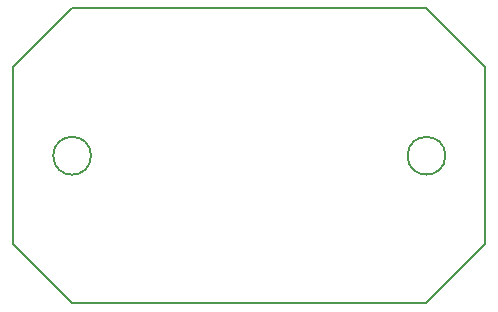
<source format=gm1>
%TF.GenerationSoftware,KiCad,Pcbnew,(6.0.7)*%
%TF.CreationDate,2022-09-09T14:18:56-05:00*%
%TF.ProjectId,Voron Fan PCB,566f726f-6e20-4466-916e-205043422e6b,rev?*%
%TF.SameCoordinates,Original*%
%TF.FileFunction,Profile,NP*%
%FSLAX46Y46*%
G04 Gerber Fmt 4.6, Leading zero omitted, Abs format (unit mm)*
G04 Created by KiCad (PCBNEW (6.0.7)) date 2022-09-09 14:18:56*
%MOMM*%
%LPD*%
G01*
G04 APERTURE LIST*
%TA.AperFunction,Profile*%
%ADD10C,0.200000*%
%TD*%
G04 APERTURE END LIST*
D10*
X105000000Y-65000000D02*
X105000000Y-50000000D01*
X71600000Y-57500000D02*
G75*
G03*
X71600000Y-57500000I-1600000J0D01*
G01*
X100000000Y-45000000D02*
X105000000Y-50000000D01*
X100000000Y-70000000D02*
X105000000Y-65000000D01*
X101600000Y-57500000D02*
G75*
G03*
X101600000Y-57500000I-1600000J0D01*
G01*
X65000000Y-65000000D02*
X70000000Y-70000000D01*
X65000000Y-50000000D02*
X65000000Y-65000000D01*
X70000000Y-45000000D02*
X65000000Y-50000000D01*
X70000000Y-70000000D02*
X100000000Y-70000000D01*
X100000000Y-45000000D02*
X70000000Y-45000000D01*
M02*

</source>
